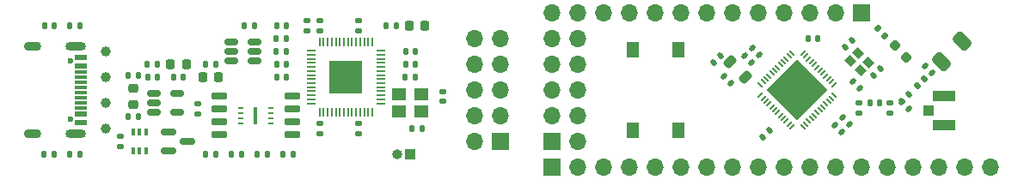
<source format=gbr>
%TF.GenerationSoftware,KiCad,Pcbnew,7.0.1*%
%TF.CreationDate,2023-04-19T17:15:16+02:00*%
%TF.ProjectId,rtl8762ckf-dev-board,72746c38-3736-4326-936b-662d6465762d,0.1.0*%
%TF.SameCoordinates,Original*%
%TF.FileFunction,Soldermask,Top*%
%TF.FilePolarity,Negative*%
%FSLAX46Y46*%
G04 Gerber Fmt 4.6, Leading zero omitted, Abs format (unit mm)*
G04 Created by KiCad (PCBNEW 7.0.1) date 2023-04-19 17:15:16*
%MOMM*%
%LPD*%
G01*
G04 APERTURE LIST*
G04 Aperture macros list*
%AMRoundRect*
0 Rectangle with rounded corners*
0 $1 Rounding radius*
0 $2 $3 $4 $5 $6 $7 $8 $9 X,Y pos of 4 corners*
0 Add a 4 corners polygon primitive as box body*
4,1,4,$2,$3,$4,$5,$6,$7,$8,$9,$2,$3,0*
0 Add four circle primitives for the rounded corners*
1,1,$1+$1,$2,$3*
1,1,$1+$1,$4,$5*
1,1,$1+$1,$6,$7*
1,1,$1+$1,$8,$9*
0 Add four rect primitives between the rounded corners*
20,1,$1+$1,$2,$3,$4,$5,0*
20,1,$1+$1,$4,$5,$6,$7,0*
20,1,$1+$1,$6,$7,$8,$9,0*
20,1,$1+$1,$8,$9,$2,$3,0*%
%AMRotRect*
0 Rectangle, with rotation*
0 The origin of the aperture is its center*
0 $1 length*
0 $2 width*
0 $3 Rotation angle, in degrees counterclockwise*
0 Add horizontal line*
21,1,$1,$2,0,0,$3*%
G04 Aperture macros list end*
%ADD10C,0.600000*%
%ADD11R,1.160000X0.600000*%
%ADD12R,1.160000X0.300000*%
%ADD13O,2.000000X0.900000*%
%ADD14O,1.700000X0.900000*%
%ADD15RoundRect,0.140000X-0.140000X-0.170000X0.140000X-0.170000X0.140000X0.170000X-0.140000X0.170000X0*%
%ADD16RoundRect,0.218750X-0.256250X0.218750X-0.256250X-0.218750X0.256250X-0.218750X0.256250X0.218750X0*%
%ADD17RoundRect,0.135000X-0.135000X-0.185000X0.135000X-0.185000X0.135000X0.185000X-0.135000X0.185000X0*%
%ADD18RoundRect,0.218750X0.218750X0.256250X-0.218750X0.256250X-0.218750X-0.256250X0.218750X-0.256250X0*%
%ADD19C,1.000000*%
%ADD20RoundRect,0.147500X0.017678X-0.226274X0.226274X-0.017678X-0.017678X0.226274X-0.226274X0.017678X0*%
%ADD21R,1.050000X1.000000*%
%ADD22R,2.200000X1.050000*%
%ADD23R,1.700000X1.700000*%
%ADD24O,1.700000X1.700000*%
%ADD25RoundRect,0.135000X0.135000X0.185000X-0.135000X0.185000X-0.135000X-0.185000X0.135000X-0.185000X0*%
%ADD26RoundRect,0.140000X0.021213X-0.219203X0.219203X-0.021213X-0.021213X0.219203X-0.219203X0.021213X0*%
%ADD27RoundRect,0.140000X0.170000X-0.140000X0.170000X0.140000X-0.170000X0.140000X-0.170000X-0.140000X0*%
%ADD28RoundRect,0.140000X0.219203X0.021213X0.021213X0.219203X-0.219203X-0.021213X-0.021213X-0.219203X0*%
%ADD29RoundRect,0.135000X-0.185000X0.135000X-0.185000X-0.135000X0.185000X-0.135000X0.185000X0.135000X0*%
%ADD30RoundRect,0.140000X-0.170000X0.140000X-0.170000X-0.140000X0.170000X-0.140000X0.170000X0.140000X0*%
%ADD31RoundRect,0.150000X-0.512500X-0.150000X0.512500X-0.150000X0.512500X0.150000X-0.512500X0.150000X0*%
%ADD32RoundRect,0.150000X0.650000X0.150000X-0.650000X0.150000X-0.650000X-0.150000X0.650000X-0.150000X0*%
%ADD33RoundRect,0.250000X0.212132X-0.707107X0.707107X-0.212132X-0.212132X0.707107X-0.707107X0.212132X0*%
%ADD34RoundRect,0.140000X-0.219203X-0.021213X-0.021213X-0.219203X0.219203X0.021213X0.021213X0.219203X0*%
%ADD35RoundRect,0.140000X-0.021213X0.219203X-0.219203X0.021213X0.021213X-0.219203X0.219203X-0.021213X0*%
%ADD36RoundRect,0.050000X0.282843X-0.212132X-0.212132X0.282843X-0.282843X0.212132X0.212132X-0.282843X0*%
%ADD37RoundRect,0.050000X0.282843X0.212132X0.212132X0.282843X-0.282843X-0.212132X-0.212132X-0.282843X0*%
%ADD38RotRect,4.300000X4.300000X135.000000*%
%ADD39RoundRect,0.135000X0.226274X0.035355X0.035355X0.226274X-0.226274X-0.035355X-0.035355X-0.226274X0*%
%ADD40RoundRect,0.218750X0.424264X0.114905X0.114905X0.424264X-0.424264X-0.114905X-0.114905X-0.424264X0*%
%ADD41RoundRect,0.218750X0.335876X0.026517X0.026517X0.335876X-0.335876X-0.026517X-0.026517X-0.335876X0*%
%ADD42RoundRect,0.140000X0.140000X0.170000X-0.140000X0.170000X-0.140000X-0.170000X0.140000X-0.170000X0*%
%ADD43R,0.400000X0.650000*%
%ADD44R,1.300000X1.550000*%
%ADD45RoundRect,0.150000X0.512500X0.150000X-0.512500X0.150000X-0.512500X-0.150000X0.512500X-0.150000X0*%
%ADD46RotRect,0.900000X0.800000X135.000000*%
%ADD47R,0.600000X0.280000*%
%ADD48R,0.300000X1.700000*%
%ADD49RoundRect,0.050000X0.050000X-0.387500X0.050000X0.387500X-0.050000X0.387500X-0.050000X-0.387500X0*%
%ADD50RoundRect,0.050000X0.387500X-0.050000X0.387500X0.050000X-0.387500X0.050000X-0.387500X-0.050000X0*%
%ADD51R,3.200000X3.200000*%
%ADD52R,1.000000X1.000000*%
%ADD53O,1.000000X1.000000*%
%ADD54RoundRect,0.147500X-0.147500X-0.172500X0.147500X-0.172500X0.147500X0.172500X-0.147500X0.172500X0*%
%ADD55RoundRect,0.150000X-0.587500X-0.150000X0.587500X-0.150000X0.587500X0.150000X-0.587500X0.150000X0*%
%ADD56R,1.400000X1.200000*%
G04 APERTURE END LIST*
D10*
%TO.C,J7*%
X132895000Y-124110000D03*
X132895000Y-129890000D03*
D11*
X133955000Y-123800000D03*
X133955000Y-124600000D03*
D12*
X133955000Y-125750000D03*
X133955000Y-126750000D03*
X133955000Y-127250000D03*
X133955000Y-128250000D03*
D11*
X133955000Y-129400000D03*
X133955000Y-130200000D03*
X133955000Y-130200000D03*
X133955000Y-129400000D03*
D12*
X133955000Y-128750000D03*
X133955000Y-127750000D03*
X133955000Y-126250000D03*
X133955000Y-125250000D03*
D11*
X133955000Y-124600000D03*
X133955000Y-123800000D03*
D13*
X133375000Y-122680000D03*
D14*
X129205000Y-122680000D03*
D13*
X133375000Y-131320000D03*
D14*
X129205000Y-131320000D03*
%TD*%
D15*
%TO.C,C1*%
X140490000Y-125730000D03*
X141450000Y-125730000D03*
%TD*%
D16*
%TO.C,FB1*%
X139065000Y-126847500D03*
X139065000Y-128422500D03*
%TD*%
D17*
%TO.C,R3*%
X146175000Y-124460000D03*
X147195000Y-124460000D03*
%TD*%
D18*
%TO.C,D3*%
X147472500Y-125730000D03*
X145897500Y-125730000D03*
%TD*%
D19*
%TO.C,TP1*%
X136398000Y-130810000D03*
%TD*%
D20*
%TO.C,L2*%
X216319053Y-126580947D03*
X217004947Y-125895053D03*
%TD*%
D19*
%TO.C,TP4*%
X136398000Y-128270000D03*
%TD*%
D21*
%TO.C,J6*%
X217390000Y-129032000D03*
D22*
X218915000Y-127557000D03*
X218915000Y-130507000D03*
%TD*%
D23*
%TO.C,J2*%
X175260000Y-132080000D03*
D24*
X172720000Y-132080000D03*
X175260000Y-129540000D03*
X172720000Y-129540000D03*
X175260000Y-127000000D03*
X172720000Y-127000000D03*
X175260000Y-124460000D03*
X172720000Y-124460000D03*
X175260000Y-121920000D03*
X172720000Y-121920000D03*
%TD*%
D25*
%TO.C,R5*%
X131320000Y-133350000D03*
X130300000Y-133350000D03*
%TD*%
D26*
%TO.C,C12*%
X209210589Y-122767411D03*
X209889411Y-122088589D03*
%TD*%
D27*
%TO.C,C31*%
X156210000Y-121130000D03*
X156210000Y-120170000D03*
%TD*%
D15*
%TO.C,C26*%
X165890000Y-123190000D03*
X166850000Y-123190000D03*
%TD*%
%TO.C,C23*%
X148745000Y-133350000D03*
X149705000Y-133350000D03*
%TD*%
D28*
%TO.C,C18*%
X200745411Y-123529411D03*
X200066589Y-122850589D03*
%TD*%
D29*
%TO.C,R9*%
X145415000Y-128395000D03*
X145415000Y-129415000D03*
%TD*%
D25*
%TO.C,R10*%
X154815000Y-133350000D03*
X153795000Y-133350000D03*
%TD*%
%TO.C,R6*%
X133860000Y-120650000D03*
X132840000Y-120650000D03*
%TD*%
D30*
%TO.C,C30*%
X161290000Y-130330000D03*
X161290000Y-131290000D03*
%TD*%
D15*
%TO.C,C3*%
X146205000Y-133350000D03*
X147165000Y-133350000D03*
%TD*%
D31*
%TO.C,U1*%
X141102500Y-127320000D03*
X141102500Y-128270000D03*
X141102500Y-129220000D03*
X143377500Y-129220000D03*
X143377500Y-127320000D03*
%TD*%
D29*
%TO.C,R8*%
X137795000Y-131570000D03*
X137795000Y-132590000D03*
%TD*%
D23*
%TO.C,J3*%
X180340000Y-132080000D03*
D24*
X182880000Y-132080000D03*
X180340000Y-129540000D03*
X182880000Y-129540000D03*
X180340000Y-127000000D03*
X182880000Y-127000000D03*
X180340000Y-124460000D03*
X182880000Y-124460000D03*
X180340000Y-121920000D03*
X182880000Y-121920000D03*
%TD*%
D32*
%TO.C,U7*%
X154730000Y-131445000D03*
X154730000Y-130175000D03*
X154730000Y-128905000D03*
X154730000Y-127635000D03*
X147530000Y-127635000D03*
X147530000Y-128905000D03*
X147530000Y-130175000D03*
X147530000Y-131445000D03*
%TD*%
D33*
%TO.C,AE1*%
X218684695Y-124215305D03*
X220735305Y-122164695D03*
%TD*%
D15*
%TO.C,C22*%
X138585000Y-125603000D03*
X139545000Y-125603000D03*
%TD*%
D34*
%TO.C,C17*%
X209972589Y-126152589D03*
X210651411Y-126831411D03*
%TD*%
D17*
%TO.C,F1*%
X138555000Y-129667000D03*
X139575000Y-129667000D03*
%TD*%
D35*
%TO.C,C9*%
X212683411Y-124882589D03*
X212004589Y-125561411D03*
%TD*%
D36*
%TO.C,U2*%
X205000330Y-130641600D03*
X205283173Y-130358757D03*
X205566016Y-130075914D03*
X205848858Y-129793072D03*
X206131701Y-129510229D03*
X206414544Y-129227386D03*
X206697386Y-128944544D03*
X206980229Y-128661701D03*
X207263072Y-128378858D03*
X207545914Y-128096016D03*
X207828757Y-127813173D03*
X208111600Y-127530330D03*
D37*
X208111600Y-126469670D03*
X207828757Y-126186827D03*
X207545914Y-125903984D03*
X207263072Y-125621142D03*
X206980229Y-125338299D03*
X206697386Y-125055456D03*
X206414544Y-124772614D03*
X206131701Y-124489771D03*
X205848858Y-124206928D03*
X205566016Y-123924086D03*
X205283173Y-123641243D03*
X205000330Y-123358400D03*
D36*
X203939670Y-123358400D03*
X203656827Y-123641243D03*
X203373984Y-123924086D03*
X203091142Y-124206928D03*
X202808299Y-124489771D03*
X202525456Y-124772614D03*
X202242614Y-125055456D03*
X201959771Y-125338299D03*
X201676928Y-125621142D03*
X201394086Y-125903984D03*
X201111243Y-126186827D03*
X200828400Y-126469670D03*
D37*
X200828400Y-127530330D03*
X201111243Y-127813173D03*
X201394086Y-128096016D03*
X201676928Y-128378858D03*
X201959771Y-128661701D03*
X202242614Y-128944544D03*
X202525456Y-129227386D03*
X202808299Y-129510229D03*
X203091142Y-129793072D03*
X203373984Y-130075914D03*
X203656827Y-130358757D03*
X203939670Y-130641600D03*
D38*
X204470000Y-127000000D03*
%TD*%
D17*
%TO.C,R13*%
X153160000Y-121920000D03*
X154180000Y-121920000D03*
%TD*%
D28*
%TO.C,C8*%
X217763411Y-125307411D03*
X217084589Y-124628589D03*
%TD*%
D15*
%TO.C,C35*%
X165890000Y-124460000D03*
X166850000Y-124460000D03*
%TD*%
D19*
%TO.C,TP2*%
X136398000Y-123190000D03*
%TD*%
D39*
%TO.C,R4*%
X213085624Y-121645624D03*
X212364376Y-120924376D03*
%TD*%
D25*
%TO.C,R2*%
X164975000Y-120650000D03*
X163955000Y-120650000D03*
%TD*%
%TO.C,R1*%
X141480000Y-124460000D03*
X140460000Y-124460000D03*
%TD*%
D40*
%TO.C,L3*%
X199379301Y-125719301D03*
X197876699Y-124216699D03*
%TD*%
D26*
%TO.C,C10*%
X201082589Y-131657411D03*
X201761411Y-130978589D03*
%TD*%
D41*
%TO.C,D4*%
X215186847Y-123746847D03*
X214073153Y-122633153D03*
%TD*%
D42*
%TO.C,C28*%
X154150000Y-125730000D03*
X153190000Y-125730000D03*
%TD*%
D30*
%TO.C,C25*%
X169545000Y-127155000D03*
X169545000Y-128115000D03*
%TD*%
D35*
%TO.C,C19*%
X196935411Y-123612589D03*
X196256589Y-124291411D03*
%TD*%
D30*
%TO.C,C5*%
X213614000Y-128298000D03*
X213614000Y-129258000D03*
%TD*%
D34*
%TO.C,C16*%
X208194589Y-130470589D03*
X208873411Y-131149411D03*
%TD*%
%TO.C,C11*%
X197272589Y-125644589D03*
X197951411Y-126323411D03*
%TD*%
D15*
%TO.C,C20*%
X130330000Y-120650000D03*
X131290000Y-120650000D03*
%TD*%
D42*
%TO.C,C29*%
X154150000Y-124460000D03*
X153190000Y-124460000D03*
%TD*%
D43*
%TO.C,Q3*%
X139050000Y-133030000D03*
X139700000Y-133030000D03*
X140350000Y-133030000D03*
X140350000Y-131130000D03*
X139700000Y-131130000D03*
X139050000Y-131130000D03*
%TD*%
D30*
%TO.C,C32*%
X157480000Y-130330000D03*
X157480000Y-131290000D03*
%TD*%
D42*
%TO.C,C21*%
X150975000Y-120650000D03*
X150015000Y-120650000D03*
%TD*%
D44*
%TO.C,SW1*%
X188250000Y-130975000D03*
X188250000Y-123025000D03*
X192750000Y-130975000D03*
X192750000Y-123025000D03*
%TD*%
D45*
%TO.C,U3*%
X150997500Y-124140000D03*
X150997500Y-123190000D03*
X150997500Y-122240000D03*
X148722500Y-122240000D03*
X148722500Y-123190000D03*
X148722500Y-124140000D03*
%TD*%
D46*
%TO.C,Y1*%
X211449883Y-124312066D03*
X210459934Y-123322117D03*
X209682117Y-124099934D03*
X210672066Y-125089883D03*
%TD*%
D47*
%TO.C,U5*%
X152637000Y-130290000D03*
X152637000Y-129790000D03*
X152637000Y-129290000D03*
X152637000Y-128790000D03*
X149623000Y-128790000D03*
X149623000Y-129290000D03*
X149623000Y-129790000D03*
X149623000Y-130290000D03*
D48*
X151130000Y-129540000D03*
%TD*%
D27*
%TO.C,C34*%
X161290000Y-121130000D03*
X161290000Y-120170000D03*
%TD*%
D49*
%TO.C,U6*%
X157420000Y-129167500D03*
X157820000Y-129167500D03*
X158220000Y-129167500D03*
X158620000Y-129167500D03*
X159020000Y-129167500D03*
X159420000Y-129167500D03*
X159820000Y-129167500D03*
X160220000Y-129167500D03*
X160620000Y-129167500D03*
X161020000Y-129167500D03*
X161420000Y-129167500D03*
X161820000Y-129167500D03*
X162220000Y-129167500D03*
X162620000Y-129167500D03*
D50*
X163457500Y-128330000D03*
X163457500Y-127930000D03*
X163457500Y-127530000D03*
X163457500Y-127130000D03*
X163457500Y-126730000D03*
X163457500Y-126330000D03*
X163457500Y-125930000D03*
X163457500Y-125530000D03*
X163457500Y-125130000D03*
X163457500Y-124730000D03*
X163457500Y-124330000D03*
X163457500Y-123930000D03*
X163457500Y-123530000D03*
X163457500Y-123130000D03*
D49*
X162620000Y-122292500D03*
X162220000Y-122292500D03*
X161820000Y-122292500D03*
X161420000Y-122292500D03*
X161020000Y-122292500D03*
X160620000Y-122292500D03*
X160220000Y-122292500D03*
X159820000Y-122292500D03*
X159420000Y-122292500D03*
X159020000Y-122292500D03*
X158620000Y-122292500D03*
X158220000Y-122292500D03*
X157820000Y-122292500D03*
X157420000Y-122292500D03*
D50*
X156582500Y-123130000D03*
X156582500Y-123530000D03*
X156582500Y-123930000D03*
X156582500Y-124330000D03*
X156582500Y-124730000D03*
X156582500Y-125130000D03*
X156582500Y-125530000D03*
X156582500Y-125930000D03*
X156582500Y-126330000D03*
X156582500Y-126730000D03*
X156582500Y-127130000D03*
X156582500Y-127530000D03*
X156582500Y-127930000D03*
X156582500Y-128330000D03*
D51*
X160020000Y-125730000D03*
%TD*%
D42*
%TO.C,C13*%
X206474000Y-121920000D03*
X205514000Y-121920000D03*
%TD*%
D25*
%TO.C,R14*%
X166880000Y-125730000D03*
X165860000Y-125730000D03*
%TD*%
D34*
%TO.C,C14*%
X208956589Y-129708589D03*
X209635411Y-130387411D03*
%TD*%
D35*
%TO.C,C7*%
X215477411Y-127422589D03*
X214798589Y-128101411D03*
%TD*%
D30*
%TO.C,C4*%
X210566000Y-128298000D03*
X210566000Y-129258000D03*
%TD*%
D27*
%TO.C,C33*%
X157480000Y-121130000D03*
X157480000Y-120170000D03*
%TD*%
D25*
%TO.C,R11*%
X152275000Y-133350000D03*
X151255000Y-133350000D03*
%TD*%
D52*
%TO.C,J1*%
X166370000Y-133350000D03*
D53*
X165100000Y-133350000D03*
%TD*%
D18*
%TO.C,D1*%
X144297500Y-124460000D03*
X142722500Y-124460000D03*
%TD*%
D19*
%TO.C,TP3*%
X136398000Y-125730000D03*
%TD*%
D54*
%TO.C,L1*%
X211605000Y-128270000D03*
X212575000Y-128270000D03*
%TD*%
D55*
%TO.C,Q2*%
X142572500Y-131130000D03*
X142572500Y-133030000D03*
X144447500Y-132080000D03*
%TD*%
D25*
%TO.C,R12*%
X154180000Y-123190000D03*
X153160000Y-123190000D03*
%TD*%
D28*
%TO.C,C15*%
X199983411Y-124291411D03*
X199304589Y-123612589D03*
%TD*%
D42*
%TO.C,C27*%
X154150000Y-120650000D03*
X153190000Y-120650000D03*
%TD*%
D15*
%TO.C,C24*%
X166525000Y-130810000D03*
X167485000Y-130810000D03*
%TD*%
D28*
%TO.C,C6*%
X215477411Y-128863411D03*
X214798589Y-128184589D03*
%TD*%
D56*
%TO.C,Y2*%
X167470000Y-127420000D03*
X165270000Y-127420000D03*
X165270000Y-129120000D03*
X167470000Y-129120000D03*
%TD*%
D18*
%TO.C,D2*%
X167792500Y-120650000D03*
X166217500Y-120650000D03*
%TD*%
D15*
%TO.C,C2*%
X143030000Y-125730000D03*
X143990000Y-125730000D03*
%TD*%
D25*
%TO.C,R7*%
X133860000Y-133350000D03*
X132840000Y-133350000D03*
%TD*%
D23*
%TO.C,J4*%
X210820000Y-119380000D03*
D24*
X208280000Y-119380000D03*
X205740000Y-119380000D03*
X203200000Y-119380000D03*
X200660000Y-119380000D03*
X198120000Y-119380000D03*
X195580000Y-119380000D03*
X193040000Y-119380000D03*
X190500000Y-119380000D03*
X187960000Y-119380000D03*
X185420000Y-119380000D03*
X182880000Y-119380000D03*
X180340000Y-119380000D03*
%TD*%
D23*
%TO.C,J5*%
X180340000Y-134620000D03*
D24*
X182880000Y-134620000D03*
X185420000Y-134620000D03*
X187960000Y-134620000D03*
X190500000Y-134620000D03*
X193040000Y-134620000D03*
X195580000Y-134620000D03*
X198120000Y-134620000D03*
X200660000Y-134620000D03*
X203200000Y-134620000D03*
X205740000Y-134620000D03*
X208280000Y-134620000D03*
X210820000Y-134620000D03*
X213360000Y-134620000D03*
X215900000Y-134620000D03*
X218440000Y-134620000D03*
X220980000Y-134620000D03*
X223520000Y-134620000D03*
%TD*%
M02*

</source>
